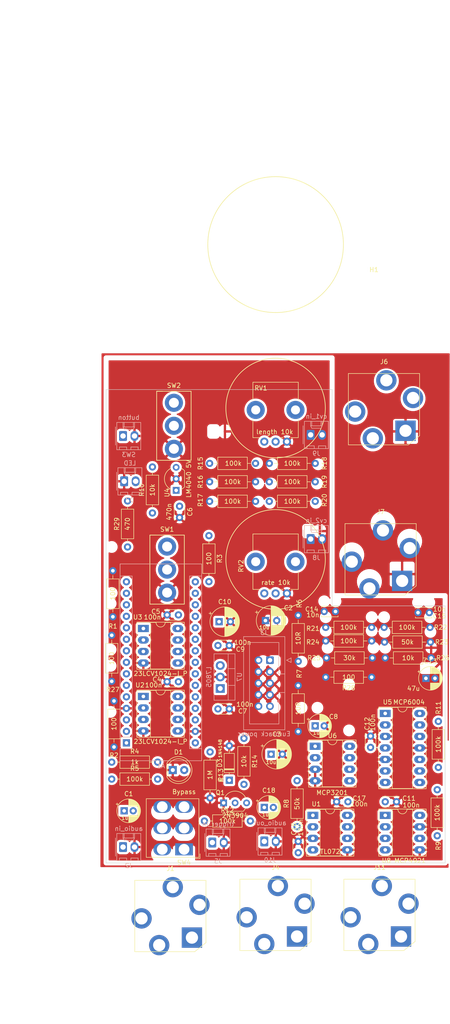
<source format=kicad_pcb>
(kicad_pcb (version 20171130) (host pcbnew 5.1.6+dfsg1-1)
  (title_block (title Freezer))
  (layers (0 F.Cu signal) (31 B.Cu signal) (34 B.Paste user) (35 F.Paste user) (36 B.SilkS user) (37 F.SilkS user) (38 B.Mask user) (39 F.Mask user) (44 Edge.Cuts user))
  (net 0 "")
  (net 1 +12V)
  (net 2 GND)
  (net 3 -12V)
  (net 4 +5V)
  (net 5 "Net-(R23-Pad1)")
  (net 6 "Net-(R28-Pad1)")
  (net 7 "Net-(C18-Pad1)")
  (net 8 "Net-(J3-Pad10)")
  (net 9 "Net-(J3-Pad1)")
  (net 10 "Net-(C13-Pad1)")
  (net 11 "Net-(R4-Pad1)")
  (net 12 CS_3)
  (net 13 CS_2)
  (net 14 CS_1)
  (net 15 CS_0)
  (net 16 REF_-5V)
  (net 17 COPI)
  (net 18 CIPO)
  (net 19 SCK)
  (net 20 CV1_IN)
  (net 21 CV_CH_2)
  (net 22 CV_CH_1)
  (net 23 TRIGGER_jack)
  (net 24 IN_TRIGGER)
  (net 25 "Net-(R23-Pad2)")
  (net 26 "Net-(A1-Pad16)")
  (net 27 "Net-(A1-Pad14)")
  (net 28 BUTTON)
  (net 29 CV2_IN)
  (net 30 "Net-(C1-Pad2)")
  (net 31 AUDIO_IN)
  (net 32 "Net-(C14-Pad2)")
  (net 33 "Net-(C15-Pad2)")
  (net 34 AUDIO_OUT)
  (net 35 "Net-(J2-Pad1)")
  (net 36 "Net-(D1-Pad2)")
  (net 37 "Net-(R5-Pad2)")
  (net 38 "Net-(R8-Pad2)")
  (net 39 "Net-(R11-Pad1)")
  (net 40 "Net-(R11-Pad2)")
  (net 41 "Net-(R15-Pad1)")
  (net 42 "Net-(R18-Pad1)")
  (net 43 "Net-(U5-Pad12)")
  (net 44 SWITCH_2)
  (net 45 SWITCH_1)
  (net 46 "Net-(R2-Pad2)")
  (net 47 "Net-(R27-Pad2)")
  (net 48 LED_BUTTON)
  (net 49 "Net-(D2-Pad2)")
  (net 50 "Net-(D3-Pad1)")
  (module R_silkvalue:R_Axial_DIN0207_L6.3mm_D2.5mm_P7.62mm_Horizontal_silkvalue (layer F.Cu) (at 54.75 116.75 90)
    (fp_text reference R29 (at 5.08 -2.37 90) (layer F.SilkS))
    (fp_text value 470 (at 5.08 0 90) (layer F.SilkS))
    (pad 2 thru_hole oval (at 10.16 0 90) (size 1.6 1.6) (drill 0.8) (layers *.Cu *.Mask) (net 49 "Net-(D2-Pad2)"))
    (pad 1 thru_hole circle (at 0 0 90) (size 1.6 1.6) (drill 0.8) (layers *.Cu *.Mask) (net 48 LED_BUTTON))
  )
  (module R_silkvalue:R_Axial_DIN0207_L6.3mm_D2.5mm_P7.62mm_Horizontal_silkvalue (layer F.Cu) (at 108.75 145.5 180)
    (fp_text reference R28 (at 5.08 -2.37) (layer F.SilkS))
    (fp_text value 100 (at 5.08 0) (layer F.SilkS))
    (pad 2 thru_hole oval (at 10.16 0 180) (size 1.6 1.6) (drill 0.8) (layers *.Cu *.Mask) (net 18 CIPO))
    (pad 1 thru_hole circle (at 0 0 180) (size 1.6 1.6) (drill 0.8) (layers *.Cu *.Mask) (net 6 "Net-(R28-Pad1)"))
  )
  (module R_silkvalue:R_Axial_DIN0207_L6.3mm_D2.5mm_P7.62mm_Horizontal_silkvalue (layer F.Cu) (at 51.25 136.25 270)
    (fp_text reference R27 (at 12 -0.25 180) (layer F.SilkS))
    (fp_text value 100 (at 5.08 0 90) (layer F.SilkS))
    (pad 2 thru_hole oval (at 10.16 0 270) (size 1.6 1.6) (drill 0.8) (layers *.Cu *.Mask) (net 47 "Net-(R27-Pad2)"))
    (pad 1 thru_hole circle (at 0 0 270) (size 1.6 1.6) (drill 0.8) (layers *.Cu *.Mask) (net 18 CIPO))
  )
  (module R_silkvalue:R_Axial_DIN0207_L6.3mm_D2.5mm_P7.62mm_Horizontal_silkvalue (layer F.Cu) (at 111.75 141.25)
    (fp_text reference R26 (at 12.75 0) (layer F.SilkS))
    (fp_text value 10k (at 5.08 0) (layer F.SilkS))
    (pad 2 thru_hole oval (at 10.16 0) (size 1.6 1.6) (drill 0.8) (layers *.Cu *.Mask) (net 2 GND))
    (pad 1 thru_hole circle (at 0 0) (size 1.6 1.6) (drill 0.8) (layers *.Cu *.Mask) (net 10 "Net-(C13-Pad1)"))
  )
  (module R_silkvalue:R_Axial_DIN0207_L6.3mm_D2.5mm_P7.62mm_Horizontal_silkvalue (layer F.Cu) (at 98.75 141.25)
    (fp_text reference R25 (at -2.75 0) (layer F.SilkS))
    (fp_text value 30k (at 5.08 0) (layer F.SilkS))
    (pad 2 thru_hole oval (at 10.16 0) (size 1.6 1.6) (drill 0.8) (layers *.Cu *.Mask) (net 10 "Net-(C13-Pad1)"))
    (pad 1 thru_hole circle (at 0 0) (size 1.6 1.6) (drill 0.8) (layers *.Cu *.Mask) (net 4 +5V))
  )
  (module R_silkvalue:R_Axial_DIN0207_L6.3mm_D2.5mm_P7.62mm_Horizontal_silkvalue (layer F.Cu) (at 108.75 137.5 180)
    (fp_text reference R24 (at 13 -0.25) (layer F.SilkS))
    (fp_text value 100k (at 5.08 0) (layer F.SilkS))
    (pad 2 thru_hole oval (at 10.16 0 180) (size 1.6 1.6) (drill 0.8) (layers *.Cu *.Mask) (net 7 "Net-(C18-Pad1)"))
    (pad 1 thru_hole circle (at 0 0 180) (size 1.6 1.6) (drill 0.8) (layers *.Cu *.Mask) (net 25 "Net-(R23-Pad2)"))
  )
  (module R_silkvalue:R_Axial_DIN0207_L6.3mm_D2.5mm_P7.62mm_Horizontal_silkvalue (layer F.Cu) (at 121.75 137.75 180)
    (fp_text reference R23 (at -2.5 0) (layer F.SilkS))
    (fp_text value 50k (at 5.08 0) (layer F.SilkS))
    (pad 2 thru_hole oval (at 10.16 0 180) (size 1.6 1.6) (drill 0.8) (layers *.Cu *.Mask) (net 25 "Net-(R23-Pad2)"))
    (pad 1 thru_hole circle (at 0 0 180) (size 1.6 1.6) (drill 0.8) (layers *.Cu *.Mask) (net 5 "Net-(R23-Pad1)"))
  )
  (module R_silkvalue:R_Axial_DIN0207_L6.3mm_D2.5mm_P7.62mm_Horizontal_silkvalue (layer F.Cu) (at 111.5 134.5)
    (fp_text reference R22 (at 12.5 0) (layer F.SilkS))
    (fp_text value 100k (at 5.08 0) (layer F.SilkS))
    (pad 2 thru_hole oval (at 10.16 0) (size 1.6 1.6) (drill 0.8) (layers *.Cu *.Mask) (net 21 CV_CH_2))
    (pad 1 thru_hole circle (at 0 0) (size 1.6 1.6) (drill 0.8) (layers *.Cu *.Mask) (net 33 "Net-(C15-Pad2)"))
  )
  (module R_silkvalue:R_Axial_DIN0207_L6.3mm_D2.5mm_P7.62mm_Horizontal_silkvalue (layer F.Cu) (at 108.75 134.5 180)
    (fp_text reference R21 (at 13 -0.25) (layer F.SilkS))
    (fp_text value 100k (at 5.08 0) (layer F.SilkS))
    (pad 2 thru_hole oval (at 10.16 0 180) (size 1.6 1.6) (drill 0.8) (layers *.Cu *.Mask) (net 22 CV_CH_1))
    (pad 1 thru_hole circle (at 0 0 180) (size 1.6 1.6) (drill 0.8) (layers *.Cu *.Mask) (net 32 "Net-(C14-Pad2)"))
  )
  (module R_silkvalue:R_Axial_DIN0207_L6.3mm_D2.5mm_P7.62mm_Horizontal_silkvalue (layer F.Cu) (at 86.106 106.68)
    (fp_text reference R20 (at 12.192 -0.254 90) (layer F.SilkS))
    (fp_text value 100k (at 5.08 0) (layer F.SilkS))
    (pad 2 thru_hole oval (at 10.16 0) (size 1.6 1.6) (drill 0.8) (layers *.Cu *.Mask) (net 33 "Net-(C15-Pad2)"))
    (pad 1 thru_hole circle (at 0 0) (size 1.6 1.6) (drill 0.8) (layers *.Cu *.Mask) (net 16 REF_-5V))
  )
  (module R_silkvalue:R_Axial_DIN0207_L6.3mm_D2.5mm_P7.62mm_Horizontal_silkvalue (layer F.Cu) (at 86.106 102.362)
    (fp_text reference R19 (at 12.192 0 90) (layer F.SilkS))
    (fp_text value 100k (at 5.08 0) (layer F.SilkS))
    (pad 2 thru_hole oval (at 10.16 0) (size 1.6 1.6) (drill 0.8) (layers *.Cu *.Mask) (net 33 "Net-(C15-Pad2)"))
    (pad 1 thru_hole circle (at 0 0) (size 1.6 1.6) (drill 0.8) (layers *.Cu *.Mask) (net 29 CV2_IN))
  )
  (module R_silkvalue:R_Axial_DIN0207_L6.3mm_D2.5mm_P7.62mm_Horizontal_silkvalue (layer F.Cu) (at 86.106 98.298)
    (fp_text reference R18 (at 12.192 0 90) (layer F.SilkS))
    (fp_text value 100k (at 5.08 0) (layer F.SilkS))
    (pad 2 thru_hole oval (at 10.16 0) (size 1.6 1.6) (drill 0.8) (layers *.Cu *.Mask) (net 33 "Net-(C15-Pad2)"))
    (pad 1 thru_hole circle (at 0 0) (size 1.6 1.6) (drill 0.8) (layers *.Cu *.Mask) (net 42 "Net-(R18-Pad1)"))
  )
  (module R_silkvalue:R_Axial_DIN0207_L6.3mm_D2.5mm_P7.62mm_Horizontal_silkvalue (layer F.Cu) (at 72.898 106.68)
    (fp_text reference R17 (at -2.032 -0.254 90) (layer F.SilkS))
    (fp_text value 100k (at 5.08 0) (layer F.SilkS))
    (pad 2 thru_hole oval (at 10.16 0) (size 1.6 1.6) (drill 0.8) (layers *.Cu *.Mask) (net 32 "Net-(C14-Pad2)"))
    (pad 1 thru_hole circle (at 0 0) (size 1.6 1.6) (drill 0.8) (layers *.Cu *.Mask) (net 16 REF_-5V))
  )
  (module R_silkvalue:R_Axial_DIN0207_L6.3mm_D2.5mm_P7.62mm_Horizontal_silkvalue (layer F.Cu) (at 72.898 102.362)
    (fp_text reference R16 (at -2.032 0 90) (layer F.SilkS))
    (fp_text value 100k (at 5.08 0) (layer F.SilkS))
    (pad 2 thru_hole oval (at 10.16 0) (size 1.6 1.6) (drill 0.8) (layers *.Cu *.Mask) (net 32 "Net-(C14-Pad2)"))
    (pad 1 thru_hole circle (at 0 0) (size 1.6 1.6) (drill 0.8) (layers *.Cu *.Mask) (net 20 CV1_IN))
  )
  (module R_silkvalue:R_Axial_DIN0207_L6.3mm_D2.5mm_P7.62mm_Horizontal_silkvalue (layer F.Cu) (at 72.898 98.298)
    (fp_text reference R15 (at -2.032 0 90) (layer F.SilkS))
    (fp_text value 100k (at 5.236 0) (layer F.SilkS))
    (pad 2 thru_hole oval (at 10.16 0) (size 1.6 1.6) (drill 0.8) (layers *.Cu *.Mask) (net 32 "Net-(C14-Pad2)"))
    (pad 1 thru_hole circle (at 0 0) (size 1.6 1.6) (drill 0.8) (layers *.Cu *.Mask) (net 41 "Net-(R15-Pad1)"))
  )
  (module R_silkvalue:R_Axial_DIN0207_L6.3mm_D2.5mm_P7.62mm_Horizontal_silkvalue (layer F.Cu) (at 80.5 159 270)
    (fp_text reference R14 (at 5.08 -2.37 90) (layer F.SilkS))
    (fp_text value 10k (at 5.08 0 90) (layer F.SilkS))
    (pad 2 thru_hole oval (at 10.16 0 270) (size 1.6 1.6) (drill 0.8) (layers *.Cu *.Mask) (net 24 IN_TRIGGER))
    (pad 1 thru_hole circle (at 0 0 270) (size 1.6 1.6) (drill 0.8) (layers *.Cu *.Mask) (net 4 +5V))
  )
  (module R_silkvalue:R_Axial_DIN0207_L6.3mm_D2.5mm_P7.62mm_Horizontal_silkvalue (layer F.Cu) (at 73 162 270)
    (fp_text reference R13 (at 5.08 -2.37 90) (layer F.SilkS))
    (fp_text value 1M (at 5.08 0 90) (layer F.SilkS))
    (pad 2 thru_hole oval (at 10.16 0 270) (size 1.6 1.6) (drill 0.8) (layers *.Cu *.Mask) (net 2 GND))
    (pad 1 thru_hole circle (at 0 0 270) (size 1.6 1.6) (drill 0.8) (layers *.Cu *.Mask) (net 50 "Net-(D3-Pad1)"))
  )
  (module R_silkvalue:R_Axial_DIN0207_L6.3mm_D2.5mm_P7.62mm_Horizontal_silkvalue (layer F.Cu) (at 71.75 177.25)
    (fp_text reference R12 (at 5.08 -2.37) (layer F.SilkS))
    (fp_text value 100k (at 5.08 0) (layer F.SilkS))
    (pad 2 thru_hole oval (at 10.16 0) (size 1.6 1.6) (drill 0.8) (layers *.Cu *.Mask) (net 50 "Net-(D3-Pad1)"))
    (pad 1 thru_hole circle (at 0 0) (size 1.6 1.6) (drill 0.8) (layers *.Cu *.Mask) (net 23 TRIGGER_jack))
  )
  (module R_silkvalue:R_Axial_DIN0207_L6.3mm_D2.5mm_P7.62mm_Horizontal_silkvalue (layer F.Cu) (at 123.5 155.25 270)
    (fp_text reference R11 (at -3 0 90) (layer F.SilkS))
    (fp_text value 100k (at 5.08 0 90) (layer F.SilkS))
    (pad 2 thru_hole oval (at 10.16 0 270) (size 1.6 1.6) (drill 0.8) (layers *.Cu *.Mask) (net 40 "Net-(R11-Pad2)"))
    (pad 1 thru_hole circle (at 0 0 270) (size 1.6 1.6) (drill 0.8) (layers *.Cu *.Mask) (net 39 "Net-(R11-Pad1)"))
  )
  (module R_silkvalue:R_Axial_DIN0207_L6.3mm_D2.5mm_P7.62mm_Horizontal_silkvalue (layer F.Cu) (at 60.25 109.25 90)
    (fp_text reference R10 (at 5.08 -2.37 90) (layer F.SilkS))
    (fp_text value 10k (at 5.08 0 90) (layer F.SilkS))
    (pad 2 thru_hole oval (at 10.16 0 90) (size 1.6 1.6) (drill 0.8) (layers *.Cu *.Mask) (net 16 REF_-5V))
    (pad 1 thru_hole circle (at 0 0 90) (size 1.6 1.6) (drill 0.8) (layers *.Cu *.Mask) (net 3 -12V))
  )
  (module R_silkvalue:R_Axial_DIN0207_L6.3mm_D2.5mm_P7.62mm_Horizontal_silkvalue (layer F.Cu) (at 123.25 180.5 90)
    (fp_text reference R9 (at -2.25 0.25 90) (layer F.SilkS))
    (fp_text value 100k (at 5.08 0 90) (layer F.SilkS))
    (pad 2 thru_hole oval (at 10.16 0 90) (size 1.6 1.6) (drill 0.8) (layers *.Cu *.Mask) (net 39 "Net-(R11-Pad1)"))
    (pad 1 thru_hole circle (at 0 0 90) (size 1.6 1.6) (drill 0.8) (layers *.Cu *.Mask) (net 38 "Net-(R8-Pad2)"))
  )
  (module R_silkvalue:R_Axial_DIN0207_L6.3mm_D2.5mm_P7.62mm_Horizontal_silkvalue (layer F.Cu) (at 92.25 178.5 90)
    (fp_text reference R8 (at 5.08 -2.37 90) (layer F.SilkS))
    (fp_text value 50k (at 5.08 0 90) (layer F.SilkS))
    (pad 2 thru_hole oval (at 10.16 0 90) (size 1.6 1.6) (drill 0.8) (layers *.Cu *.Mask) (net 38 "Net-(R8-Pad2)"))
    (pad 1 thru_hole circle (at 0 0 90) (size 1.6 1.6) (drill 0.8) (layers *.Cu *.Mask) (net 37 "Net-(R5-Pad2)"))
  )
  (module R_silkvalue:R_Axial_DIN0207_L6.3mm_D2.5mm_P7.62mm_Horizontal_silkvalue (layer F.Cu) (at 92.5 157.5 90)
    (fp_text reference R7 (at 12.75 0.25 90) (layer F.SilkS))
    (fp_text value 10R (at 5.08 0 90) (layer F.SilkS))
    (pad 2 thru_hole oval (at 10.16 0 90) (size 1.6 1.6) (drill 0.8) (layers *.Cu *.Mask) (net 1 +12V))
    (pad 1 thru_hole circle (at 0 0 90) (size 1.6 1.6) (drill 0.8) (layers *.Cu *.Mask) (net 8 "Net-(J3-Pad10)"))
  )
  (module R_silkvalue:R_Axial_DIN0207_L6.3mm_D2.5mm_P7.62mm_Horizontal_silkvalue (layer F.Cu) (at 92.5 142 90)
    (fp_text reference R6 (at 12.75 0.25 90) (layer F.SilkS))
    (fp_text value 10R (at 5.08 0 90) (layer F.SilkS))
    (pad 2 thru_hole oval (at 10.16 0 90) (size 1.6 1.6) (drill 0.8) (layers *.Cu *.Mask) (net 3 -12V))
    (pad 1 thru_hole circle (at 0 0 90) (size 1.6 1.6) (drill 0.8) (layers *.Cu *.Mask) (net 9 "Net-(J3-Pad1)"))
  )
  (module R_silkvalue:R_Axial_DIN0207_L6.3mm_D2.5mm_P7.62mm_Horizontal_silkvalue (layer F.Cu) (at 51.25 168)
    (fp_text reference R5 (at 5.08 -2.37) (layer F.SilkS))
    (fp_text value 100k (at 5.08 0) (layer F.SilkS))
    (pad 2 thru_hole oval (at 10.16 0) (size 1.6 1.6) (drill 0.8) (layers *.Cu *.Mask) (net 37 "Net-(R5-Pad2)"))
    (pad 1 thru_hole circle (at 0 0) (size 1.6 1.6) (drill 0.8) (layers *.Cu *.Mask) (net 30 "Net-(C1-Pad2)"))
  )
  (module R_silkvalue:R_Axial_DIN0207_L6.3mm_D2.5mm_P7.62mm_Horizontal_silkvalue (layer F.Cu) (at 51.25 164.25)
    (fp_text reference R4 (at 5.08 -2.37) (layer F.SilkS))
    (fp_text value 1k (at 5.08 0) (layer F.SilkS))
    (pad 2 thru_hole oval (at 10.16 0) (size 1.6 1.6) (drill 0.8) (layers *.Cu *.Mask) (net 36 "Net-(D1-Pad2)"))
    (pad 1 thru_hole circle (at 0 0) (size 1.6 1.6) (drill 0.8) (layers *.Cu *.Mask) (net 11 "Net-(R4-Pad1)"))
  )
  (module R_silkvalue:R_Axial_DIN0207_L6.3mm_D2.5mm_P7.62mm_Horizontal_silkvalue (layer F.Cu) (at 72.75 114.25 270)
    (fp_text reference R3 (at 5.08 -2.37 90) (layer F.SilkS))
    (fp_text value 100 (at 5.08 0 90) (layer F.SilkS))
    (pad 2 thru_hole oval (at 10.16 0 270) (size 1.6 1.6) (drill 0.8) (layers *.Cu *.Mask) (net 26 "Net-(A1-Pad16)"))
    (pad 1 thru_hole circle (at 0 0 270) (size 1.6 1.6) (drill 0.8) (layers *.Cu *.Mask) (net 19 SCK))
  )
  (module R_silkvalue:R_Axial_DIN0207_L6.3mm_D2.5mm_P7.62mm_Horizontal_silkvalue (layer F.Cu) (at 51.75 150.75 270)
    (fp_text reference R2 (at 12 0 180) (layer F.SilkS))
    (fp_text value 100 (at 5.08 0 90) (layer F.SilkS))
    (pad 2 thru_hole oval (at 10.16 0 270) (size 1.6 1.6) (drill 0.8) (layers *.Cu *.Mask) (net 46 "Net-(R2-Pad2)"))
    (pad 1 thru_hole circle (at 0 0 270) (size 1.6 1.6) (drill 0.8) (layers *.Cu *.Mask) (net 18 CIPO))
  )
  (module R_silkvalue:R_Axial_DIN0207_L6.3mm_D2.5mm_P7.62mm_Horizontal_silkvalue (layer F.Cu) (at 51.5 122 270)
    (fp_text reference R1 (at 12.25 0 180) (layer F.SilkS))
    (fp_text value 100 (at 5.08 0 90) (layer F.SilkS))
    (pad 2 thru_hole oval (at 10.16 0 270) (size 1.6 1.6) (drill 0.8) (layers *.Cu *.Mask) (net 27 "Net-(A1-Pad14)"))
    (pad 1 thru_hole circle (at 0 0 270) (size 1.6 1.6) (drill 0.8) (layers *.Cu *.Mask) (net 17 COPI))
  )
  (module Capacitor_THT:CP_Radial_D6.3mm_P2.50mm (layer F.Cu) (at 75 133.25)
    (fp_text reference C10 (at 1.25 -4.4) (layer F.SilkS))
    (fp_text value 10u)
    (pad 2 thru_hole circle (at 2.5 0) (size 1.6 1.6) (drill 0.8) (layers *.Cu *.Mask) (net 2 GND))
    (pad 1 thru_hole rect (at 0 0) (size 1.6 1.6) (drill 0.8) (layers *.Cu *.Mask) (net 4 +5V))
  )
  (module Diode_THT:D_DO-35_SOD27_P7.62mm_Horizontal (layer F.Cu) (at 77.25 168.25 90)
    (fp_text reference D3 (at 3.81 -2.12 90) (layer F.SilkS))
    (fp_text value 1N4148 (at 7 -2 90) (layer F.SilkS) (effects (font (size 0.7 0.7))))
    (fp_text user K (at 0 -1.8 90) (layer F.SilkS))
    (pad 2 thru_hole oval (at 7.62 0 90) (size 1.6 1.6) (drill 0.8) (layers *.Cu *.Mask) (net 2 GND))
    (pad 1 thru_hole rect (at 0 0 90) (size 1.6 1.6) (drill 0.8) (layers *.Cu *.Mask) (net 50 "Net-(D3-Pad1)"))
  )
  (module LED_THT:LED_D5.0mm (layer F.Cu) (at 64.75 166)
    (fp_text reference D1 (at 1.27 -3.96) (layer F.SilkS))
    (fp_text value LED)
    (pad 2 thru_hole circle (at 2.54 0) (size 1.8 1.8) (drill 0.9) (layers *.Cu *.Mask) (net 36 "Net-(D1-Pad2)"))
    (pad 1 thru_hole rect (at 0 0) (size 1.8 1.8) (drill 0.9) (layers *.Cu *.Mask) (net 2 GND))
  )
  (module Connector_Molex:Molex_KK-254_AE-6410-02A_1x02_P2.54mm_Vertical (layer B.Cu) (at 54 102.25)
    (fp_text reference D2 (at 1.27 4.12) (layer B.SilkS) (effects (justify mirror)))
    (fp_text value LED (at 1.27 -4) (layer B.SilkS) (effects (justify mirror)))
    (pad 2 thru_hole oval (at 2.54 0) (size 1.74 2.19) (drill 1.19) (layers *.Cu *.Mask) (net 49 "Net-(D2-Pad2)"))
    (pad 1 thru_hole roundrect (at 0 0) (size 1.74 2.19) (drill 1.19) (layers *.Cu *.Mask) (roundrect_rratio 0.143678) (net 2 GND))
  )
  (module Capacitor_THT:CP_Radial_D6.3mm_P2.50mm (layer F.Cu) (at 86.5 162.5)
    (fp_text reference C3 (at 1.25 -4.4) (layer F.SilkS))
    (fp_text value 10u (at 0 1.778) (layer F.SilkS) (effects (font (size 0.8 0.8))))
    (pad 2 thru_hole circle (at 2.5 0) (size 1.6 1.6) (drill 0.8) (layers *.Cu *.Mask) (net 2 GND))
    (pad 1 thru_hole rect (at 0 0) (size 1.6 1.6) (drill 0.8) (layers *.Cu *.Mask) (net 1 +12V))
  )
  (module Capacitor_THT:CP_Radial_D6.3mm_P2.50mm (layer F.Cu) (at 85.25 133)
    (fp_text reference C2 (at 5.08 -2.794) (layer F.SilkS))
    (fp_text value 10u (at -0.254 1.524) (layer F.SilkS) (effects (font (size 0.8 0.8))))
    (pad 2 thru_hole circle (at 2.5 0) (size 1.6 1.6) (drill 0.8) (layers *.Cu *.Mask) (net 3 -12V))
    (pad 1 thru_hole rect (at 0 0) (size 1.6 1.6) (drill 0.8) (layers *.Cu *.Mask) (net 2 GND))
  )
  (module Package_TO_SOT_THT:TO-220-3_Vertical (layer B.Cu) (at 75.25 148 90)
    (fp_text reference U7 (at 2.54 4.27 90) (layer B.SilkS) (effects (justify mirror)))
    (fp_text value L7805 (at 2.54 -2.5 90) (layer B.SilkS) (effects (justify mirror)))
    (pad 3 thru_hole oval (at 5.08 0 90) (size 1.905 2) (drill 1.1) (layers *.Cu *.Mask) (net 4 +5V))
    (pad 2 thru_hole oval (at 2.54 0 90) (size 1.905 2) (drill 1.1) (layers *.Cu *.Mask) (net 2 GND))
    (pad 1 thru_hole rect (at 0 0 90) (size 1.905 2) (drill 1.1) (layers *.Cu *.Mask) (net 1 +12V))
  )
  (module Capacitor_THT:C_Disc_D3.4mm_W2.1mm_P2.50mm (layer F.Cu) (at 101 173)
    (fp_text reference C17 (at 5 -0.75) (layer F.SilkS))
    (fp_text value 100n (at 5 0.5) (layer F.SilkS))
    (pad 2 thru_hole circle (at 2.5 0) (size 1.6 1.6) (drill 0.8) (layers *.Cu *.Mask) (net 1 +12V))
    (pad 1 thru_hole circle (at 0 0) (size 1.6 1.6) (drill 0.8) (layers *.Cu *.Mask) (net 2 GND))
  )
  (module Capacitor_THT:C_Disc_D3.4mm_W2.1mm_P2.50mm (layer F.Cu) (at 92.5 181.75 270)
    (fp_text reference C16 (at -2.796 0.956 90) (layer F.SilkS))
    (fp_text value 100n (at -3.046 -0.544 90) (layer F.SilkS))
    (pad 2 thru_hole circle (at 2.5 0 270) (size 1.6 1.6) (drill 0.8) (layers *.Cu *.Mask) (net 3 -12V))
    (pad 1 thru_hole circle (at 0 0 270) (size 1.6 1.6) (drill 0.8) (layers *.Cu *.Mask) (net 2 GND))
  )
  (module Capacitor_THT:C_Disc_D3.4mm_W2.1mm_P2.50mm (layer F.Cu) (at 121.5 131.25 180)
    (fp_text reference C15 (at -2.25 -0.75) (layer F.SilkS))
    (fp_text value 10n (at -2.25 0.75) (layer F.SilkS))
    (pad 2 thru_hole circle (at 2.5 0 180) (size 1.6 1.6) (drill 0.8) (layers *.Cu *.Mask) (net 33 "Net-(C15-Pad2)"))
    (pad 1 thru_hole circle (at 0 0 180) (size 1.6 1.6) (drill 0.8) (layers *.Cu *.Mask) (net 21 CV_CH_2))
  )
  (module Capacitor_THT:C_Disc_D3.4mm_W2.1mm_P2.50mm (layer F.Cu) (at 98.25 131)
    (fp_text reference C14 (at -2.75 -0.5) (layer F.SilkS))
    (fp_text value 10n (at -2.5 0.75) (layer F.SilkS))
    (pad 2 thru_hole circle (at 2.5 0) (size 1.6 1.6) (drill 0.8) (layers *.Cu *.Mask) (net 32 "Net-(C14-Pad2)"))
    (pad 1 thru_hole circle (at 0 0) (size 1.6 1.6) (drill 0.8) (layers *.Cu *.Mask) (net 22 CV_CH_1))
  )
  (module Capacitor_THT:C_Disc_D3.4mm_W2.1mm_P2.50mm (layer F.Cu) (at 108.5 158.5 270)
    (fp_text reference C12 (at -2.75 0.75 90) (layer F.SilkS))
    (fp_text value 100n (at -3 -0.5 90) (layer F.SilkS))
    (pad 2 thru_hole circle (at 2.5 0 270) (size 1.6 1.6) (drill 0.8) (layers *.Cu *.Mask) (net 4 +5V))
    (pad 1 thru_hole circle (at 0 0 270) (size 1.6 1.6) (drill 0.8) (layers *.Cu *.Mask) (net 2 GND))
  )
  (module Capacitor_THT:C_Disc_D3.4mm_W2.1mm_P2.50mm (layer F.Cu) (at 111.75 173)
    (fp_text reference C11 (at 5.25 -0.75) (layer F.SilkS))
    (fp_text value 100n (at 5.75 0.75) (layer F.SilkS))
    (pad 2 thru_hole circle (at 2.5 0) (size 1.6 1.6) (drill 0.8) (layers *.Cu *.Mask) (net 2 GND))
    (pad 1 thru_hole circle (at 0 0) (size 1.6 1.6) (drill 0.8) (layers *.Cu *.Mask) (net 4 +5V))
  )
  (module Capacitor_THT:C_Disc_D3.4mm_W2.1mm_P2.50mm (layer F.Cu) (at 74.75 138.5)
    (fp_text reference C9 (at 4.952 0.846) (layer F.SilkS))
    (fp_text value 100n (at 5.452 -0.654) (layer F.SilkS))
    (pad 2 thru_hole circle (at 2.5 0) (size 1.6 1.6) (drill 0.8) (layers *.Cu *.Mask) (net 2 GND))
    (pad 1 thru_hole circle (at 0 0) (size 1.6 1.6) (drill 0.8) (layers *.Cu *.Mask) (net 4 +5V))
  )
  (module Capacitor_THT:C_Disc_D3.4mm_W2.1mm_P2.50mm (layer F.Cu) (at 74.75 152.5)
    (fp_text reference C7 (at 5.452 0.5) (layer F.SilkS))
    (fp_text value 100n (at 5.952 -1) (layer F.SilkS))
    (pad 2 thru_hole circle (at 2.5 0) (size 1.6 1.6) (drill 0.8) (layers *.Cu *.Mask) (net 2 GND))
    (pad 1 thru_hole circle (at 0 0) (size 1.6 1.6) (drill 0.8) (layers *.Cu *.Mask) (net 1 +12V))
  )
  (module Capacitor_THT:C_Disc_D3.4mm_W2.1mm_P2.50mm (layer F.Cu) (at 66.25 107.75 270)
    (fp_text reference C6 (at 1.25 -2.3 90) (layer F.SilkS))
    (fp_text value 470n (at 1.25 2.3 90) (layer F.SilkS))
    (pad 2 thru_hole circle (at 2.5 0 270) (size 1.6 1.6) (drill 0.8) (layers *.Cu *.Mask) (net 2 GND))
    (pad 1 thru_hole circle (at 0 0 270) (size 1.6 1.6) (drill 0.8) (layers *.Cu *.Mask) (net 16 REF_-5V))
  )
  (module Capacitor_THT:C_Disc_D3.4mm_W2.1mm_P2.50mm (layer F.Cu) (at 63.5 131.75)
    (fp_text reference C5 (at -2.5 -0.75) (layer F.SilkS))
    (fp_text value 100n (at -3.25 0.5) (layer F.SilkS))
    (pad 2 thru_hole circle (at 2.5 0) (size 1.6 1.6) (drill 0.8) (layers *.Cu *.Mask) (net 4 +5V))
    (pad 1 thru_hole circle (at 0 0) (size 1.6 1.6) (drill 0.8) (layers *.Cu *.Mask) (net 2 GND))
  )
  (module Capacitor_THT:C_Disc_D3.4mm_W2.1mm_P2.50mm (layer F.Cu) (at 63.5 146.5)
    (fp_text reference C4 (at -2.25 -0.5) (layer F.SilkS))
    (fp_text value 100n (at -3 0.75) (layer F.SilkS))
    (pad 2 thru_hole circle (at 2.5 0) (size 1.6 1.6) (drill 0.8) (layers *.Cu *.Mask) (net 4 +5V))
    (pad 1 thru_hole circle (at 0 0) (size 1.6 1.6) (drill 0.8) (layers *.Cu *.Mask) (net 2 GND))
  )
  (module Capacitor_THT:CP_Radial_D5.0mm_P2.00mm (layer F.Cu) (at 120.75 145.75)
    (fp_text reference C13 (at 1 -3.75) (layer F.SilkS))
    (fp_text value 47u (at -2.75 2.25) (layer F.SilkS))
    (pad 2 thru_hole circle (at 2 0) (size 1.6 1.6) (drill 0.8) (layers *.Cu *.Mask) (net 2 GND))
    (pad 1 thru_hole rect (at 0 0) (size 1.6 1.6) (drill 0.8) (layers *.Cu *.Mask) (net 10 "Net-(C13-Pad1)"))
  )
  (module lfo:SW_CK_Lever_DPDT_72xx_CircularHoles (layer F.Cu) (at 67.25 183.5 180)
    (fp_text reference SW4 (at 0 -2.92 180) (layer F.SilkS))
    (fp_text value Bypass (at 0 12.7 180) (layer F.SilkS))
    (pad 4 thru_hole oval (at 4.83 0 180) (size 3.9 2.67) (drill 2.37) (layers *.Cu *.Mask))
    (pad 6 thru_hole oval (at 4.83 9.4 180) (size 3.9 2.67) (drill 2.37) (layers *.Cu *.Mask) (net 11 "Net-(R4-Pad1)"))
    (pad 5 thru_hole oval (at 4.83 4.7 180) (size 3.9 2.67) (drill 2.37) (layers *.Cu *.Mask) (net 4 +5V))
    (pad 3 thru_hole oval (at 0 9.4 180) (size 3.9 2.67) (drill 2.37) (layers *.Cu *.Mask) (net 31 AUDIO_IN))
    (pad 2 thru_hole oval (at 0 4.7 180) (size 3.9 2.67) (drill 2.37) (layers *.Cu *.Mask) (net 35 "Net-(J2-Pad1)"))
    (pad 1 thru_hole rect (at 0 0 180) (size 3.9 2.67) (drill 2.37) (layers *.Cu *.Mask) (net 34 AUDIO_OUT))
  )
  (module Connector_Molex:Molex_KK-254_AE-6410-02A_1x02_P2.54mm_Vertical (layer B.Cu) (at 53.75 183)
    (fp_text reference J2 (at 1.27 4.12) (layer B.SilkS) (effects (justify mirror)))
    (fp_text value audio_in (at 1.27 -4.08) (layer B.SilkS) (effects (justify mirror)))
    (pad 2 thru_hole oval (at 2.54 0) (size 1.74 2.19) (drill 1.19) (layers *.Cu *.Mask) (net 2 GND))
    (pad 1 thru_hole roundrect (at 0 0) (size 1.74 2.19) (drill 1.19) (layers *.Cu *.Mask) (roundrect_rratio 0.143678) (net 35 "Net-(J2-Pad1)"))
  )
  (module Package_TO_SOT_THT:TO-92_Inline_Wide (layer F.Cu) (at 76 173.25)
    (fp_text reference Q1 (at -0.75 -2.25) (layer F.SilkS))
    (fp_text value 2N3904 (at 2.54 2.79) (layer F.SilkS))
    (pad 1 thru_hole rect (at 0 0 90) (size 1.5 1.5) (drill 0.8) (layers *.Cu *.Mask) (net 2 GND))
    (pad 3 thru_hole circle (at 5.08 0 90) (size 1.5 1.5) (drill 0.8) (layers *.Cu *.Mask) (net 24 IN_TRIGGER))
    (pad 2 thru_hole circle (at 2.54 0 90) (size 1.5 1.5) (drill 0.8) (layers *.Cu *.Mask) (net 50 "Net-(D3-Pad1)"))
  )
  (module Connector_Molex:Molex_KK-254_AE-6410-02A_1x02_P2.54mm_Vertical (layer B.Cu) (at 85 181.75)
    (fp_text reference J10 (at 1.27 4.12) (layer B.SilkS) (effects (justify mirror)))
    (fp_text value audio_out (at 1.27 -4.08) (layer B.SilkS) (effects (justify mirror)))
    (pad 2 thru_hole oval (at 2.54 0) (size 1.74 2.19) (drill 1.19) (layers *.Cu *.Mask) (net 2 GND))
    (pad 1 thru_hole roundrect (at 0 0) (size 1.74 2.19) (drill 1.19) (layers *.Cu *.Mask) (roundrect_rratio 0.143678) (net 34 AUDIO_OUT))
  )
  (module Connector_Molex:Molex_KK-254_AE-6410-02A_1x02_P2.54mm_Vertical (layer B.Cu) (at 95.25 92)
    (fp_text reference J9 (at 1.27 4.12) (layer B.SilkS) (effects (justify mirror)))
    (fp_text value cv1_in (at 1.27 -4.08) (layer B.SilkS) (effects (justify mirror)))
    (pad 2 thru_hole oval (at 2.54 0) (size 1.74 2.19) (drill 1.19) (layers *.Cu *.Mask) (net 2 GND))
    (pad 1 thru_hole roundrect (at 0 0) (size 1.74 2.19) (drill 1.19) (layers *.Cu *.Mask) (roundrect_rratio 0.143678) (net 20 CV1_IN))
  )
  (module Connector_Molex:Molex_KK-254_AE-6410-02A_1x02_P2.54mm_Vertical (layer B.Cu) (at 95.25 115)
    (fp_text reference J8 (at 1.27 4.12) (layer B.SilkS) (effects (justify mirror)))
    (fp_text value cv2_in (at 1.27 -4.08) (layer B.SilkS) (effects (justify mirror)))
    (pad 2 thru_hole oval (at 2.54 0) (size 1.74 2.19) (drill 1.19) (layers *.Cu *.Mask) (net 2 GND))
    (pad 1 thru_hole roundrect (at 0 0) (size 1.74 2.19) (drill 1.19) (layers *.Cu *.Mask) (roundrect_rratio 0.143678) (net 29 CV2_IN))
  )
  (module Connector_Molex:Molex_KK-254_AE-6410-02A_1x02_P2.54mm_Vertical (layer B.Cu) (at 73.5 182)
    (fp_text reference J5 (at 1.27 4.12) (layer B.SilkS) (effects (justify mirror)))
    (fp_text value trigger_in (at 1.27 -4.08) (layer B.SilkS) (effects (justify mirror)))
    (pad 2 thru_hole oval (at 2.54 0) (size 1.74 2.19) (drill 1.19) (layers *.Cu *.Mask) (net 2 GND))
    (pad 1 thru_hole roundrect (at 0 0) (size 1.74 2.19) (drill 1.19) (layers *.Cu *.Mask) (roundrect_rratio 0.143678) (net 23 TRIGGER_jack))
  )
  (module Capacitor_THT:CP_Radial_D5.0mm_P2.00mm (layer F.Cu) (at 96.25 156.25)
    (fp_text reference C8 (at 4.064 -2.032) (layer F.SilkS))
    (fp_text value 1u (at 0.254 1.524) (layer F.SilkS) (effects (font (size 0.8 0.8))))
    (pad 2 thru_hole circle (at 2 0) (size 1.6 1.6) (drill 0.8) (layers *.Cu *.Mask) (net 2 GND))
    (pad 1 thru_hole rect (at 0 0) (size 1.6 1.6) (drill 0.8) (layers *.Cu *.Mask) (net 4 +5V))
  )
  (module Connector_Molex:Molex_KK-254_AE-6410-02A_1x02_P2.54mm_Vertical (layer B.Cu) (at 53.75 92.25)
    (fp_text reference SW3 (at 1.27 4.12) (layer B.SilkS) (effects (justify mirror)))
    (fp_text value button (at 1.27 -4.08) (layer B.SilkS) (effects (justify mirror)))
    (pad 2 thru_hole oval (at 2.54 0) (size 1.74 2.19) (drill 1.19) (layers *.Cu *.Mask) (net 2 GND))
    (pad 1 thru_hole roundrect (at 0 0) (size 1.74 2.19) (drill 1.19) (layers *.Cu *.Mask) (roundrect_rratio 0.143678) (net 28 BUTTON))
  )
  (module Package_DIP:DIP-8_W7.62mm_Socket_LongPads (layer F.Cu) (at 95.75 176)
    (fp_text reference U1 (at 0.75 -2.5) (layer F.SilkS))
    (fp_text value TL072 (at 3.81 8) (layer F.SilkS))
    (pad 8 thru_hole oval (at 7.62 0) (size 2.4 1.6) (drill 0.8) (layers *.Cu *.Mask) (net 1 +12V))
    (pad 4 thru_hole oval (at 0 7.62) (size 2.4 1.6) (drill 0.8) (layers *.Cu *.Mask) (net 3 -12V))
    (pad 7 thru_hole oval (at 7.62 2.54) (size 2.4 1.6) (drill 0.8) (layers *.Cu *.Mask) (net 7 "Net-(C18-Pad1)"))
    (pad 3 thru_hole oval (at 0 5.08) (size 2.4 1.6) (drill 0.8) (layers *.Cu *.Mask) (net 2 GND))
    (pad 6 thru_hole oval (at 7.62 5.08) (size 2.4 1.6) (drill 0.8) (layers *.Cu *.Mask) (net 25 "Net-(R23-Pad2)"))
    (pad 2 thru_hole oval (at 0 2.54) (size 2.4 1.6) (drill 0.8) (layers *.Cu *.Mask) (net 37 "Net-(R5-Pad2)"))
    (pad 5 thru_hole oval (at 7.62 7.62) (size 2.4 1.6) (drill 0.8) (layers *.Cu *.Mask) (net 2 GND))
    (pad 1 thru_hole rect (at 0 0) (size 2.4 1.6) (drill 0.8) (layers *.Cu *.Mask) (net 38 "Net-(R8-Pad2)"))
  )
  (module Capacitor_THT:CP_Radial_D5.0mm_P2.00mm (layer F.Cu) (at 85 174.25)
    (fp_text reference C18 (at 1 -3.75) (layer F.SilkS))
    (fp_text value 1u (at 0.25 1.578) (layer F.SilkS) (effects (font (size 0.8 0.8))))
    (pad 2 thru_hole circle (at 2 0) (size 1.6 1.6) (drill 0.8) (layers *.Cu *.Mask) (net 34 AUDIO_OUT))
    (pad 1 thru_hole rect (at 0 0) (size 1.6 1.6) (drill 0.8) (layers *.Cu *.Mask) (net 7 "Net-(C18-Pad1)"))
  )
  (module Capacitor_THT:CP_Radial_D5.0mm_P2.00mm (layer F.Cu) (at 54 175)
    (fp_text reference C1 (at 1 -3.75) (layer F.SilkS))
    (fp_text value 1u (at 0.154 1.578) (layer F.SilkS) (effects (font (size 0.8 0.8))))
    (pad 2 thru_hole circle (at 2 0) (size 1.6 1.6) (drill 0.8) (layers *.Cu *.Mask) (net 30 "Net-(C1-Pad2)"))
    (pad 1 thru_hole rect (at 0 0) (size 1.6 1.6) (drill 0.8) (layers *.Cu *.Mask) (net 31 AUDIO_IN))
  )
  (module "lfo:SPDT SWITCH" (layer F.Cu) (at 63.5 121.75)
    (fp_text reference SW1 (at 0 -8.89) (layer F.SilkS))
    (fp_text value SW_SPDT)
    (pad 1 thru_hole circle (at 0 -5.08) (size 4 4) (drill 2.2) (layers *.Cu *.Mask))
    (pad 2 thru_hole circle (at 0 0) (size 4 4) (drill 2.2) (layers *.Cu *.Mask) (net 45 SWITCH_1))
    (pad 3 thru_hole circle (at 0 5.08) (size 4 4) (drill 2.2) (layers *.Cu *.Mask) (net 2 GND))
  )
  (module "lfo:SPDT SWITCH" (layer F.Cu) (at 65 90)
    (fp_text reference SW2 (at 0 -8.89) (layer F.SilkS))
    (fp_text value SW_SPDT)
    (pad 1 thru_hole circle (at 0 -5.08) (size 4 4) (drill 2.2) (layers *.Cu *.Mask))
    (pad 2 thru_hole circle (at 0 0) (size 4 4) (drill 2.2) (layers *.Cu *.Mask) (net 44 SWITCH_2))
    (pad 3 thru_hole circle (at 0 5.08) (size 4 4) (drill 2.2) (layers *.Cu *.Mask) (net 2 GND))
  )
  (module Package_DIP:DIP-14_W7.62mm_Socket_LongPads (layer F.Cu) (at 111.75 153.5)
    (fp_text reference U5 (at 0.5 -2.5) (layer F.SilkS))
    (fp_text value MCP6004 (at 5.25 -2.5) (layer F.SilkS))
    (pad 14 thru_hole oval (at 7.62 0) (size 2.4 1.6) (drill 0.8) (layers *.Cu *.Mask) (net 5 "Net-(R23-Pad1)"))
    (pad 7 thru_hole oval (at 0 15.24) (size 2.4 1.6) (drill 0.8) (layers *.Cu *.Mask) (net 21 CV_CH_2))
    (pad 13 thru_hole oval (at 7.62 2.54) (size 2.4 1.6) (drill 0.8) (layers *.Cu *.Mask) (net 5 "Net-(R23-Pad1)"))
    (pad 6 thru_hole oval (at 0 12.7) (size 2.4 1.6) (drill 0.8) (layers *.Cu *.Mask) (net 33 "Net-(C15-Pad2)"))
    (pad 12 thru_hole oval (at 7.62 5.08) (size 2.4 1.6) (drill 0.8) (layers *.Cu *.Mask) (net 43 "Net-(U5-Pad12)"))
    (pad 5 thru_hole oval (at 0 10.16) (size 2.4 1.6) (drill 0.8) (layers *.Cu *.Mask) (net 2 GND))
    (pad 11 thru_hole oval (at 7.62 7.62) (size 2.4 1.6) (drill 0.8) (layers *.Cu *.Mask) (net 2 GND))
    (pad 4 thru_hole oval (at 0 7.62) (size 2.4 1.6) (drill 0.8) (layers *.Cu *.Mask) (net 4 +5V))
    (pad 10 thru_hole oval (at 7.62 10.16) (size 2.4 1.6) (drill 0.8) (layers *.Cu *.Mask) (net 10 "Net-(C13-Pad1)"))
    (pad 3 thru_hole oval (at 0 5.08) (size 2.4 1.6) (drill 0.8) (layers *.Cu *.Mask) (net 2 GND))
    (pad 9 thru_hole oval (at 7.62 12.7) (size 2.4 1.6) (drill 0.8) (layers *.Cu *.Mask) (net 39 "Net-(R11-Pad1)"))
    (pad 2 thru_hole oval (at 0 2.54) (size 2.4 1.6) (drill 0.8) (layers *.Cu *.Mask) (net 32 "Net-(C14-Pad2)"))
    (pad 8 thru_hole oval (at 7.62 15.24) (size 2.4 1.6) (drill 0.8) (layers *.Cu *.Mask) (net 40 "Net-(R11-Pad2)"))
    (pad 1 thru_hole rect (at 0 0) (size 2.4 1.6) (drill 0.8) (layers *.Cu *.Mask) (net 22 CV_CH_1))
  )
  (module LMNC:Jack_6.35mm_PJ_629HAN (layer F.Cu) (at 110.5 198)
    (fp_text reference J11 (at 0 -10.5) (layer F.SilkS))
    (fp_text value "audio out")
    (pad RN thru_hole circle (at 6.4 -2.5) (size 4.500001 4.500001) (drill 2.7) (layers *.Cu *.Mask))
    (pad TN thru_hole circle (at -2.5 6.4) (size 4.5 4.5) (drill 2.7) (layers *.Cu *.Mask))
    (pad R thru_hole circle (at 0.5 -6.4) (size 4.500001 4.500001) (drill 2.7) (layers *.Cu *.Mask))
    (pad S thru_hole rect (at 4.74 4.74) (size 4.500001 4.500001) (drill 2.7) (layers *.Cu *.Mask))
    (pad T thru_hole circle (at -6.4 0.5) (size 4.5 4.5) (drill 2.7) (layers *.Cu *.Mask))
  )
  (module Package_TO_SOT_THT:TO-92_Inline_Wide (layer F.Cu) (at 65.5 104.25 90)
    (fp_text reference U4 (at -0.5 -2 90) (layer F.SilkS))
    (fp_text value "LM4040 5V" (at 2.54 2.79 90) (layer F.SilkS))
    (pad 1 thru_hole rect (at 0 0 180) (size 1.5 1.5) (drill 0.8) (layers *.Cu *.Mask))
    (pad 3 thru_hole circle (at 5.08 0 180) (size 1.5 1.5) (drill 0.8) (layers *.Cu *.Mask) (net 16 REF_-5V))
    (pad 2 thru_hole circle (at 2.54 0 180) (size 1.5 1.5) (drill 0.8) (layers *.Cu *.Mask) (net 2 GND))
  )
  (module LMNC:Jack_6.35mm_PJ_629HAN (layer F.Cu) (at 110.75 119.5)
    (fp_text reference J7 (at 0 -10.5) (layer F.SilkS))
    (fp_text value "CV2 in")
    (pad RN thru_hole circle (at 6.4 -2.5) (size 4.500001 4.500001) (drill 2.7) (layers *.Cu *.Mask))
    (pad TN thru_hole circle (at -2.5 6.4) (size 4.5 4.5) (drill 2.7) (layers *.Cu *.Mask))
    (pad R thru_hole circle (at 0.5 -6.4) (size 4.500001 4.500001) (drill 2.7) (layers *.Cu *.Mask))
    (pad S thru_hole rect (at 4.74 4.74) (size 4.500001 4.500001) (drill 2.7) (layers *.Cu *.Mask) (net 2 GND))
    (pad T thru_hole circle (at -6.4 0.5) (size 4.5 4.5) (drill 2.7) (layers *.Cu *.Mask))
  )
  (module LMNC:Jack_6.35mm_PJ_629HAN (layer F.Cu) (at 111.5 86.36)
    (fp_text reference J6 (at 0 -10.5) (layer F.SilkS))
    (fp_text value "CV1 in")
    (pad RN thru_hole circle (at 6.4 -2.5) (size 4.500001 4.500001) (drill 2.7) (layers *.Cu *.Mask))
    (pad TN thru_hole circle (at -2.5 6.4) (size 4.5 4.5) (drill 2.7) (layers *.Cu *.Mask))
    (pad R thru_hole circle (at 0.5 -6.4) (size 4.500001 4.500001) (drill 2.7) (layers *.Cu *.Mask))
    (pad S thru_hole rect (at 4.74 4.74) (size 4.500001 4.500001) (drill 2.7) (layers *.Cu *.Mask) (net 2 GND))
    (pad T thru_hole circle (at -6.4 0.5) (size 4.5 4.5) (drill 2.7) (layers *.Cu *.Mask))
  )
  (module LMNC:Jack_6.35mm_PJ_629HAN (layer F.Cu) (at 87.5 198)
    (fp_text reference J4 (at 0 -10.5) (layer F.SilkS))
    (fp_text value "trigger in")
    (pad RN thru_hole circle (at 6.4 -2.5) (size 4.500001 4.500001) (drill 2.7) (layers *.Cu *.Mask))
    (pad TN thru_hole circle (at -2.5 6.4) (size 4.5 4.5) (drill 2.7) (layers *.Cu *.Mask))
    (pad R thru_hole circle (at 0.5 -6.4) (size 4.500001 4.500001) (drill 2.7) (layers *.Cu *.Mask))
    (pad S thru_hole rect (at 4.74 4.74) (size 4.500001 4.500001) (drill 2.7) (layers *.Cu *.Mask) (net 2 GND))
    (pad T thru_hole circle (at -6.4 0.5) (size 4.5 4.5) (drill 2.7) (layers *.Cu *.Mask))
  )
  (module LMNC:Jack_6.35mm_PJ_629HAN (layer F.Cu) (at 64.25 198.25)
    (fp_text reference J1 (at 0 -10.5) (layer F.SilkS))
    (fp_text value "audio in")
    (pad RN thru_hole circle (at 6.4 -2.5) (size 4.500001 4.500001) (drill 2.7) (layers *.Cu *.Mask))
    (pad TN thru_hole circle (at -2.5 6.4) (size 4.5 4.5) (drill 2.7) (layers *.Cu *.Mask))
    (pad R thru_hole circle (at 0.5 -6.4) (size 4.500001 4.500001) (drill 2.7) (layers *.Cu *.Mask))
    (pad S thru_hole rect (at 4.74 4.74) (size 4.500001 4.500001) (drill 2.7) (layers *.Cu *.Mask) (net 2 GND))
    (pad T thru_hole circle (at -6.4 0.5) (size 4.5 4.5) (drill 2.7) (layers *.Cu *.Mask))
  )
  (module MountingHole:MountingHole_3.2mm_M3 (layer F.Cu) (at 109.25 59.75)
    (fp_text reference H1 (at 0 -4.2) (layer F.SilkS))
    (fp_text value MountingHole_Pad)
    (pad 1 np_thru_hole circle (at 0 0) (size 3.2 3.2) (drill 3.2) (layers *.Cu *.Mask) (net 2 GND))
  )
  (module Potentiometer_THT:Potentiometer_Alps_RK09K_Single_Vertical (layer F.Cu) (at 90 127 90)
    (fp_text reference RV2 (at 6.05 -10.15 90) (layer F.SilkS))
    (fp_text value "rate 10k" (at 2.398 -2.452 180) (layer F.SilkS))
    (pad "" np_thru_hole circle (at 7 1.9 90) (size 4 4) (drill 2) (layers *.Cu *.Mask))
    (pad "" np_thru_hole circle (at 7 -6.9 90) (size 4 4) (drill 2) (layers *.Cu *.Mask))
    (pad 1 thru_hole circle (at 0 0 90) (size 1.8 1.8) (drill 1) (layers *.Cu *.Mask) (net 2 GND))
    (pad 2 thru_hole circle (at 0 -2.5 90) (size 1.8 1.8) (drill 1) (layers *.Cu *.Mask) (net 42 "Net-(R18-Pad1)"))
    (pad 3 thru_hole circle (at 0 -5 90) (size 1.8 1.8) (drill 1) (layers *.Cu *.Mask) (net 4 +5V))
  )
  (module Potentiometer_THT:Potentiometer_Alps_RK09K_Single_Vertical (layer F.Cu) (at 90 93.5 90)
    (fp_text reference RV1 (at 11.816 -5.754 180) (layer F.SilkS))
    (fp_text value "length 10k" (at 2.164 -2.706 180) (layer F.SilkS))
    (pad "" np_thru_hole circle (at 7 1.9 90) (size 4 4) (drill 2) (layers *.Cu *.Mask))
    (pad "" np_thru_hole circle (at 7 -6.9 90) (size 4 4) (drill 2) (layers *.Cu *.Mask))
    (pad 1 thru_hole circle (at 0 0 90) (size 1.8 1.8) (drill 1) (layers *.Cu *.Mask) (net 2 GND))
    (pad 2 thru_hole circle (at 0 -2.5 90) (size 1.8 1.8) (drill 1) (layers *.Cu *.Mask) (net 41 "Net-(R15-Pad1)"))
    (pad 3 thru_hole circle (at 0 -5 90) (size 1.8 1.8) (drill 1) (layers *.Cu *.Mask) (net 4 +5V))
  )
  (module Package_DIP:DIP-8_W7.62mm_Socket_LongPads (layer F.Cu) (at 58.25 134.75)
    (fp_text reference U3 (at -1.25 -2.5) (layer F.SilkS))
    (fp_text value 23LCV1024-I_P (at 3.81 9.95) (layer F.SilkS))
    (pad 8 thru_hole oval (at 7.62 0) (size 2.4 1.6) (drill 0.8) (layers *.Cu *.Mask) (net 4 +5V))
    (pad 4 thru_hole oval (at 0 7.62) (size 2.4 1.6) (drill 0.8) (layers *.Cu *.Mask) (net 2 GND))
    (pad 7 thru_hole oval (at 7.62 2.54) (size 2.4 1.6) (drill 0.8) (layers *.Cu *.Mask))
    (pad 3 thru_hole oval (at 0 5.08) (size 2.4 1.6) (drill 0.8) (layers *.Cu *.Mask))
    (pad 6 thru_hole oval (at 7.62 5.08) (size 2.4 1.6) (drill 0.8) (layers *.Cu *.Mask) (net 19 SCK))
    (pad 2 thru_hole oval (at 0 2.54) (size 2.4 1.6) (drill 0.8) (layers *.Cu *.Mask) (net 47 "Net-(R27-Pad2)"))
    (pad 5 thru_hole oval (at 7.62 7.62) (size 2.4 1.6) (drill 0.8) (layers *.Cu *.Mask) (net 17 COPI))
    (pad 1 thru_hole rect (at 0 0) (size 2.4 1.6) (drill 0.8) (layers *.Cu *.Mask) (net 12 CS_3))
  )
  (module Package_DIP:DIP-8_W7.62mm_Socket_LongPads (layer F.Cu) (at 111.75 176)
    (fp_text reference U8 (at 0.25 10) (layer F.SilkS))
    (fp_text value MCP4921 (at 5.5 10) (layer F.SilkS))
    (pad 8 thru_hole oval (at 7.62 0) (size 2.4 1.6) (drill 0.8) (layers *.Cu *.Mask) (net 43 "Net-(U5-Pad12)"))
    (pad 4 thru_hole oval (at 0 7.62) (size 2.4 1.6) (drill 0.8) (layers *.Cu *.Mask) (net 17 COPI))
    (pad 7 thru_hole oval (at 7.62 2.54) (size 2.4 1.6) (drill 0.8) (layers *.Cu *.Mask) (net 2 GND))
    (pad 3 thru_hole oval (at 0 5.08) (size 2.4 1.6) (drill 0.8) (layers *.Cu *.Mask) (net 19 SCK))
    (pad 6 thru_hole oval (at 7.62 5.08) (size 2.4 1.6) (drill 0.8) (layers *.Cu *.Mask) (net 4 +5V))
    (pad 2 thru_hole oval (at 0 2.54) (size 2.4 1.6) (drill 0.8) (layers *.Cu *.Mask) (net 14 CS_1))
    (pad 5 thru_hole oval (at 7.62 7.62) (size 2.4 1.6) (drill 0.8) (layers *.Cu *.Mask) (net 2 GND))
    (pad 1 thru_hole rect (at 0 0) (size 2.4 1.6) (drill 0.8) (layers *.Cu *.Mask) (net 4 +5V))
  )
  (module Package_DIP:DIP-8_W7.62mm_Socket_LongPads (layer F.Cu) (at 96.25 160.75)
    (fp_text reference U6 (at 3.81 -2.33) (layer F.SilkS))
    (fp_text value MCP3201 (at 3.75 10.25) (layer F.SilkS))
    (pad 8 thru_hole oval (at 7.62 0) (size 2.4 1.6) (drill 0.8) (layers *.Cu *.Mask) (net 4 +5V))
    (pad 4 thru_hole oval (at 0 7.62) (size 2.4 1.6) (drill 0.8) (layers *.Cu *.Mask) (net 2 GND))
    (pad 7 thru_hole oval (at 7.62 2.54) (size 2.4 1.6) (drill 0.8) (layers *.Cu *.Mask) (net 19 SCK))
    (pad 3 thru_hole oval (at 0 5.08) (size 2.4 1.6) (drill 0.8) (layers *.Cu *.Mask) (net 2 GND))
    (pad 6 thru_hole oval (at 7.62 5.08) (size 2.4 1.6) (drill 0.8) (layers *.Cu *.Mask) (net 6 "Net-(R28-Pad1)"))
    (pad 2 thru_hole oval (at 0 2.54) (size 2.4 1.6) (drill 0.8) (layers *.Cu *.Mask) (net 40 "Net-(R11-Pad2)"))
    (pad 5 thru_hole oval (at 7.62 7.62) (size 2.4 1.6) (drill 0.8) (layers *.Cu *.Mask) (net 15 CS_0))
    (pad 1 thru_hole rect (at 0 0) (size 2.4 1.6) (drill 0.8) (layers *.Cu *.Mask) (net 4 +5V))
  )
  (module Package_DIP:DIP-8_W7.62mm_Socket_LongPads (layer F.Cu) (at 58.25 149.75)
    (fp_text reference U2 (at -0.75 -2.5) (layer F.SilkS))
    (fp_text value 23LCV1024-I_P (at 3.81 9.95) (layer F.SilkS))
    (pad 8 thru_hole oval (at 7.62 0) (size 2.4 1.6) (drill 0.8) (layers *.Cu *.Mask) (net 4 +5V))
    (pad 4 thru_hole oval (at 0 7.62) (size 2.4 1.6) (drill 0.8) (layers *.Cu *.Mask) (net 2 GND))
    (pad 7 thru_hole oval (at 7.62 2.54) (size 2.4 1.6) (drill 0.8) (layers *.Cu *.Mask))
    (pad 3 thru_hole oval (at 0 5.08) (size 2.4 1.6) (drill 0.8) (layers *.Cu *.Mask))
    (pad 6 thru_hole oval (at 7.62 5.08) (size 2.4 1.6) (drill 0.8) (layers *.Cu *.Mask) (net 19 SCK))
    (pad 2 thru_hole oval (at 0 2.54) (size 2.4 1.6) (drill 0.8) (layers *.Cu *.Mask) (net 46 "Net-(R2-Pad2)"))
    (pad 5 thru_hole oval (at 7.62 7.62) (size 2.4 1.6) (drill 0.8) (layers *.Cu *.Mask) (net 17 COPI))
    (pad 1 thru_hole rect (at 0 0) (size 2.4 1.6) (drill 0.8) (layers *.Cu *.Mask) (net 13 CS_2))
  )
  (module Connector_IDC:IDC-Header_2x05_P2.54mm_Vertical (layer B.Cu) (at 86.25 141.75 180)
    (fp_text reference J3 (at 1.27 6.1) (layer B.SilkS) (effects (justify mirror)))
    (fp_text value "Eurorack power" (at 1.27 -16.26) (layer B.SilkS) (effects (justify mirror)))
    (pad 10 thru_hole circle (at 2.54 -10.16 180) (size 1.7 1.7) (drill 1) (layers *.Cu *.Mask) (net 8 "Net-(J3-Pad10)"))
    (pad 8 thru_hole circle (at 2.54 -7.62 180) (size 1.7 1.7) (drill 1) (layers *.Cu *.Mask) (net 2 GND))
    (pad 6 thru_hole circle (at 2.54 -5.08 180) (size 1.7 1.7) (drill 1) (layers *.Cu *.Mask) (net 2 GND))
    (pad 4 thru_hole circle (at 2.54 -2.54 180) (size 1.7 1.7) (drill 1) (layers *.Cu *.Mask) (net 2 GND))
    (pad 2 thru_hole circle (at 2.54 0 180) (size 1.7 1.7) (drill 1) (layers *.Cu *.Mask) (net 9 "Net-(J3-Pad1)"))
    (pad 9 thru_hole circle (at 0 -10.16 180) (size 1.7 1.7) (drill 1) (layers *.Cu *.Mask) (net 8 "Net-(J3-Pad10)"))
    (pad 7 thru_hole circle (at 0 -7.62 180) (size 1.7 1.7) (drill 1) (layers *.Cu *.Mask) (net 2 GND))
    (pad 5 thru_hole circle (at 0 -5.08 180) (size 1.7 1.7) (drill 1) (layers *.Cu *.Mask) (net 2 GND))
    (pad 3 thru_hole circle (at 0 -2.54 180) (size 1.7 1.7) (drill 1) (layers *.Cu *.Mask) (net 2 GND))
    (pad 1 thru_hole roundrect (at 0 0 180) (size 1.7 1.7) (drill 1) (layers *.Cu *.Mask) (roundrect_rratio 0.147059) (net 9 "Net-(J3-Pad1)"))
  )
  (module Module:Arduino_Nano (layer B.Cu) (at 54.5 160)
    (fp_text reference A1 (at 7.62 5.08) (layer B.SilkS) (effects (justify mirror)))
    (fp_text value Arduino_Nano_v3.x)
    (pad 16 thru_hole oval (at 15.24 -35.56) (size 1.6 1.6) (drill 0.8) (layers *.Cu *.Mask) (net 26 "Net-(A1-Pad16)"))
    (pad 15 thru_hole oval (at 0 -35.56) (size 1.6 1.6) (drill 0.8) (layers *.Cu *.Mask) (net 18 CIPO))
    (pad 30 thru_hole oval (at 15.24 0) (size 1.6 1.6) (drill 0.8) (layers *.Cu *.Mask))
    (pad 14 thru_hole oval (at 0 -33.02) (size 1.6 1.6) (drill 0.8) (layers *.Cu *.Mask) (net 27 "Net-(A1-Pad14)"))
    (pad 29 thru_hole oval (at 15.24 -2.54) (size 1.6 1.6) (drill 0.8) (layers *.Cu *.Mask) (net 2 GND))
    (pad 13 thru_hole oval (at 0 -30.48) (size 1.6 1.6) (drill 0.8) (layers *.Cu *.Mask) (net 44 SWITCH_2))
    (pad 28 thru_hole oval (at 15.24 -5.08) (size 1.6 1.6) (drill 0.8) (layers *.Cu *.Mask))
    (pad 12 thru_hole oval (at 0 -27.94) (size 1.6 1.6) (drill 0.8) (layers *.Cu *.Mask) (net 45 SWITCH_1))
    (pad 27 thru_hole oval (at 15.24 -7.62) (size 1.6 1.6) (drill 0.8) (layers *.Cu *.Mask) (net 4 +5V))
    (pad 11 thru_hole oval (at 0 -25.4) (size 1.6 1.6) (drill 0.8) (layers *.Cu *.Mask) (net 28 BUTTON))
    (pad 26 thru_hole oval (at 15.24 -10.16) (size 1.6 1.6) (drill 0.8) (layers *.Cu *.Mask))
    (pad 10 thru_hole oval (at 0 -22.86) (size 1.6 1.6) (drill 0.8) (layers *.Cu *.Mask) (net 12 CS_3))
    (pad 25 thru_hole oval (at 15.24 -12.7) (size 1.6 1.6) (drill 0.8) (layers *.Cu *.Mask))
    (pad 9 thru_hole oval (at 0 -20.32) (size 1.6 1.6) (drill 0.8) (layers *.Cu *.Mask) (net 13 CS_2))
    (pad 24 thru_hole oval (at 15.24 -15.24) (size 1.6 1.6) (drill 0.8) (layers *.Cu *.Mask))
    (pad 8 thru_hole oval (at 0 -17.78) (size 1.6 1.6) (drill 0.8) (layers *.Cu *.Mask) (net 14 CS_1))
    (pad 23 thru_hole oval (at 15.24 -17.78) (size 1.6 1.6) (drill 0.8) (layers *.Cu *.Mask))
    (pad 7 thru_hole oval (at 0 -15.24) (size 1.6 1.6) (drill 0.8) (layers *.Cu *.Mask) (net 15 CS_0))
    (pad 22 thru_hole oval (at 15.24 -20.32) (size 1.6 1.6) (drill 0.8) (layers *.Cu *.Mask))
    (pad 6 thru_hole oval (at 0 -12.7) (size 1.6 1.6) (drill 0.8) (layers *.Cu *.Mask) (net 48 LED_BUTTON))
    (pad 21 thru_hole oval (at 15.24 -22.86) (size 1.6 1.6) (drill 0.8) (layers *.Cu *.Mask))
    (pad 5 thru_hole oval (at 0 -10.16) (size 1.6 1.6) (drill 0.8) (layers *.Cu *.Mask) (net 24 IN_TRIGGER))
    (pad 20 thru_hole oval (at 15.24 -25.4) (size 1.6 1.6) (drill 0.8) (layers *.Cu *.Mask) (net 21 CV_CH_2))
    (pad 4 thru_hole oval (at 0 -7.62) (size 1.6 1.6) (drill 0.8) (layers *.Cu *.Mask) (net 2 GND))
    (pad 19 thru_hole oval (at 15.24 -27.94) (size 1.6 1.6) (drill 0.8) (layers *.Cu *.Mask) (net 22 CV_CH_1))
    (pad 3 thru_hole oval (at 0 -5.08) (size 1.6 1.6) (drill 0.8) (layers *.Cu *.Mask))
    (pad 18 thru_hole oval (at 15.24 -30.48) (size 1.6 1.6) (drill 0.8) (layers *.Cu *.Mask))
    (pad 2 thru_hole oval (at 0 -2.54) (size 1.6 1.6) (drill 0.8) (layers *.Cu *.Mask))
    (pad 17 thru_hole oval (at 15.24 -33.02) (size 1.6 1.6) (drill 0.8) (layers *.Cu *.Mask))
    (pad 1 thru_hole rect (at 0 0) (size 1.6 1.6) (drill 0.8) (layers *.Cu *.Mask))
  )
  (gr_line (start 100 129.75) (end 100 82) (layer Edge.Cuts) (width 0.1))
  (gr_line (start 125 129.75) (end 100 129.75) (layer Edge.Cuts) (width 0.1))
  (gr_circle (center 87.5 119.5) (end 98.5 119.5) (layer F.SilkS) (width 0.15))
  (gr_circle (center 87.5 86.08) (end 98.5 86.08) (layer F.SilkS) (width 0.15))
  (gr_circle (center 87.5 50) (end 102.5 50) (layer F.SilkS) (width 0.15))
  (gr_line (start 50 82) (end 100 82) (layer Edge.Cuts) (width 0.1))
  (gr_line (start 125 129.75) (end 125 186.5) (layer Edge.Cuts) (width 0.1))
  (gr_line (start 125 186.5) (end 50 186.5) (layer Edge.Cuts) (width 0.1))
  (gr_line (start 50 186.5) (end 50 82) (layer Edge.Cuts) (width 0.1))
  (zone (net 2) (net_name GND) (layer F.Cu) (connect_pads (clearance 0.508)) (min_thickness 0.254) (fill yes (arc_segments 32) (thermal_gap 0.508) (thermal_bridge_width 0.508))
    (polygon (pts (xy 125.75 187.566305) (xy 48.75 187.433695) (xy 49 74) (xy 126 74)))
  )
)
</source>
